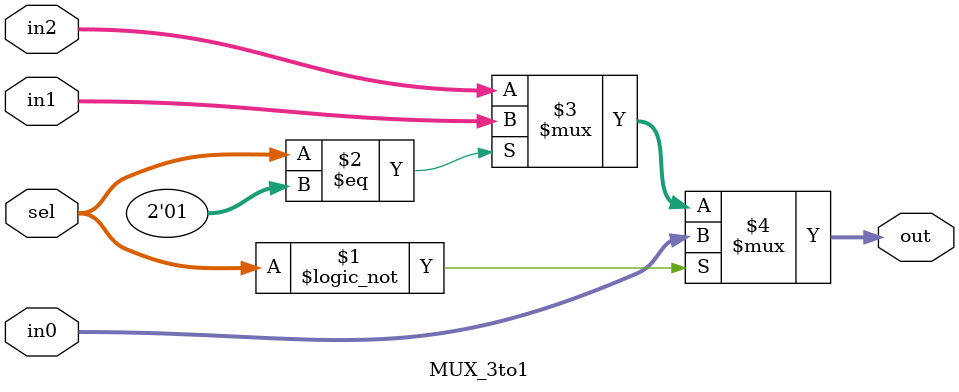
<source format=v>
`timescale 1ns / 1ps


module MUX_3to1 #(parameter WIDTH = 5) (in0, in1, in2, sel, out);
    input [WIDTH-1:0] in0, in1, in2;
    input [1:0] sel;

    output [WIDTH-1:0] out;

//    initial begin
//        $monitor("Sel = %b, Out : %b", sel, out);
//    end

    assign out = (sel == 2'b00) ? in0 : ((sel == 2'b01) ? in1 : in2);
endmodule

</source>
